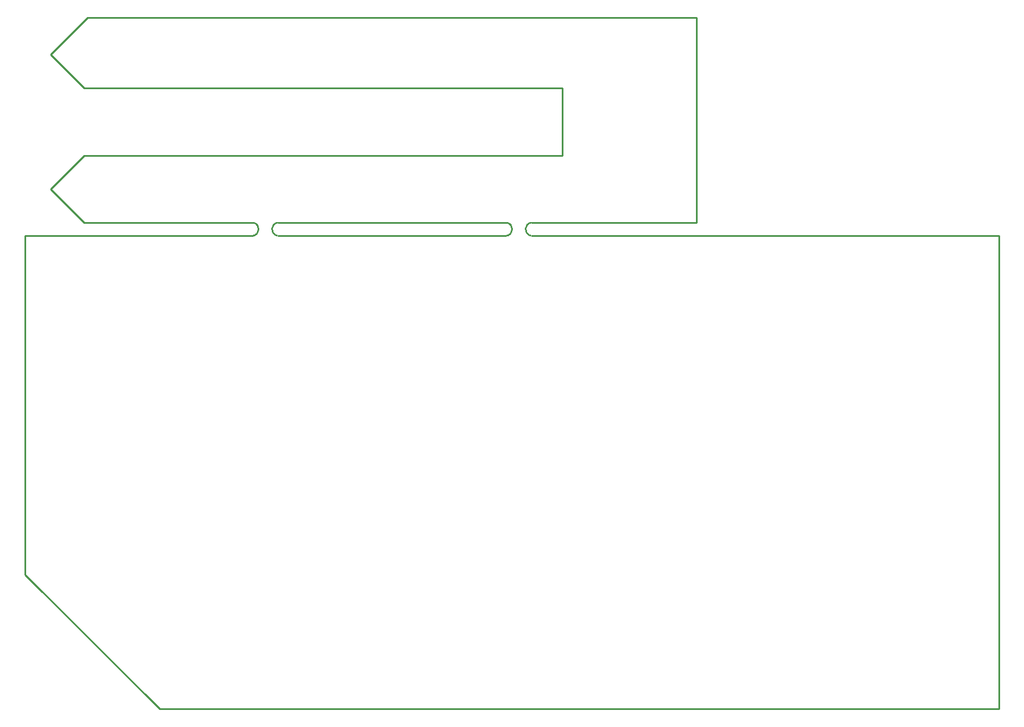
<source format=gbo>
%FSLAX44Y44*%
%MOMM*%
G71*
G01*
G75*
G04 Layer_Color=32896*
%ADD10R,1.4000X1.3000*%
%ADD11R,1.0000X1.1000*%
%ADD12R,0.6000X1.5500*%
%ADD13R,1.1000X1.0000*%
%ADD14R,2.0000X0.6000*%
%ADD15R,6.1000X10.1600*%
%ADD16R,3.0000X2.3000*%
%ADD17R,2.0000X0.7000*%
%ADD18R,1.3000X1.4000*%
%ADD19C,0.2540*%
%ADD20C,0.5000*%
%ADD21C,1.5000*%
%ADD22C,1.0000*%
%ADD23C,0.7000*%
%ADD24C,7.0000*%
%ADD25C,0.4000*%
%ADD26C,2.0000*%
%ADD27C,2.0000*%
%ADD28R,1.6000X1.6000*%
%ADD29R,1.6000X1.6000*%
%ADD30C,1.8000*%
%ADD31C,1.5000*%
%ADD32R,1.5000X1.5000*%
%ADD33O,2.0000X1.1000*%
%ADD34O,1.0000X2.0000*%
%ADD35C,0.5000*%
%ADD36C,1.2000*%
%ADD37C,2.5000*%
%ADD38R,1.5000X1.5000*%
%ADD39C,2.2000*%
%ADD40O,1.5000X0.7500*%
%ADD41C,0.9000*%
%ADD42C,1.2700*%
%ADD43C,0.2000*%
%ADD44C,0.1000*%
%ADD45C,0.2032*%
%ADD46R,1.6032X1.5032*%
%ADD47R,1.2032X1.3032*%
%ADD48R,0.8032X1.7532*%
%ADD49R,1.3032X1.2032*%
%ADD50R,2.2032X0.8032*%
%ADD51R,6.3032X10.3632*%
%ADD52R,3.2032X2.5032*%
%ADD53R,2.2032X0.9032*%
%ADD54R,1.5032X1.6032*%
%ADD55C,2.2032*%
%ADD56R,1.8032X1.8032*%
%ADD57R,1.8032X1.8032*%
%ADD58C,2.0032*%
%ADD59C,1.7032*%
%ADD60R,1.7032X1.7032*%
%ADD61O,2.2032X1.3032*%
%ADD62O,1.2032X2.2032*%
%ADD63C,0.7032*%
%ADD64C,1.4032*%
%ADD65C,2.7032*%
%ADD66R,1.7032X1.7032*%
%ADD67C,2.4032*%
%ADD68O,1.7032X0.9532*%
%ADD69C,1.1032*%
%ADD70C,1.4732*%
D19*
X338805Y705086D02*
G03*
X340088Y724659I-1305J9914D01*
G01*
X376195Y724914D02*
G03*
X374912Y705341I1305J-9914D01*
G01*
X753781Y724914D02*
G03*
X752498Y705341I1305J-9914D01*
G01*
X716392Y705086D02*
G03*
X717674Y724659I-1305J9914D01*
G01*
X-0Y200000D02*
Y705000D01*
Y200000D02*
X200000Y0D01*
X1450000D01*
Y705000D01*
X1450000Y705000D02*
X1450000Y705000D01*
X1000000Y705000D02*
X1450000D01*
X999915Y705086D02*
X1000000Y705000D01*
X753695Y705086D02*
X999915D01*
X753695Y724914D02*
X999914D01*
X1000000Y725000D01*
Y1030000D01*
X92500D02*
X1000000D01*
X37500Y975000D02*
X92500Y1030000D01*
X37500Y975000D02*
X87500Y925000D01*
X800000D01*
Y825000D02*
Y925000D01*
X87500Y825000D02*
X800000D01*
X37500Y775000D02*
X87500Y825000D01*
X37500Y775000D02*
X87500Y725000D01*
X339853D01*
X86Y705086D02*
X338805D01*
X-0Y705000D02*
X86Y705086D01*
X376195Y724914D02*
X717439D01*
X376195Y705086D02*
X716305D01*
M02*

</source>
